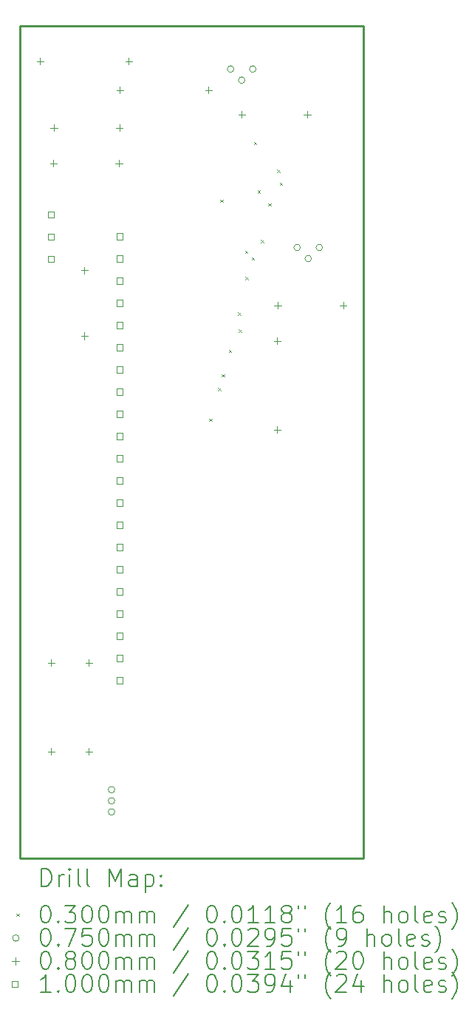
<source format=gbr>
%TF.GenerationSoftware,KiCad,Pcbnew,(6.0.9)*%
%TF.CreationDate,2023-01-12T19:47:36+01:00*%
%TF.ProjectId,vogelhuisje_camera_board,766f6765-6c68-4756-9973-6a655f63616d,rev?*%
%TF.SameCoordinates,Original*%
%TF.FileFunction,Drillmap*%
%TF.FilePolarity,Positive*%
%FSLAX45Y45*%
G04 Gerber Fmt 4.5, Leading zero omitted, Abs format (unit mm)*
G04 Created by KiCad (PCBNEW (6.0.9)) date 2023-01-12 19:47:36*
%MOMM*%
%LPD*%
G01*
G04 APERTURE LIST*
%ADD10C,0.254000*%
%ADD11C,0.200000*%
%ADD12C,0.030000*%
%ADD13C,0.075000*%
%ADD14C,0.080000*%
%ADD15C,0.100000*%
G04 APERTURE END LIST*
D10*
X9017000Y-5588000D02*
X12954000Y-5588000D01*
X12954000Y-5588000D02*
X12954000Y-15113000D01*
X12954000Y-15113000D02*
X9017000Y-15113000D01*
X9017000Y-15113000D02*
X9017000Y-5588000D01*
D11*
D12*
X11185000Y-10085000D02*
X11215000Y-10115000D01*
X11215000Y-10085000D02*
X11185000Y-10115000D01*
X11285000Y-9735000D02*
X11315000Y-9765000D01*
X11315000Y-9735000D02*
X11285000Y-9765000D01*
X11310000Y-7579000D02*
X11340000Y-7609000D01*
X11340000Y-7579000D02*
X11310000Y-7609000D01*
X11330000Y-9577000D02*
X11360000Y-9607000D01*
X11360000Y-9577000D02*
X11330000Y-9607000D01*
X11409000Y-9298000D02*
X11439000Y-9328000D01*
X11439000Y-9298000D02*
X11409000Y-9328000D01*
X11514000Y-8870000D02*
X11544000Y-8900000D01*
X11544000Y-8870000D02*
X11514000Y-8900000D01*
X11524000Y-9066000D02*
X11554000Y-9096000D01*
X11554000Y-9066000D02*
X11524000Y-9096000D01*
X11592800Y-8163800D02*
X11622800Y-8193800D01*
X11622800Y-8163800D02*
X11592800Y-8193800D01*
X11598000Y-8466000D02*
X11628000Y-8496000D01*
X11628000Y-8466000D02*
X11598000Y-8496000D01*
X11669000Y-8240000D02*
X11699000Y-8270000D01*
X11699000Y-8240000D02*
X11669000Y-8270000D01*
X11694400Y-6919200D02*
X11724400Y-6949200D01*
X11724400Y-6919200D02*
X11694400Y-6949200D01*
X11740000Y-7473000D02*
X11770000Y-7503000D01*
X11770000Y-7473000D02*
X11740000Y-7503000D01*
X11777000Y-8040000D02*
X11807000Y-8070000D01*
X11807000Y-8040000D02*
X11777000Y-8070000D01*
X11862000Y-7620000D02*
X11892000Y-7650000D01*
X11892000Y-7620000D02*
X11862000Y-7650000D01*
X11964000Y-7236000D02*
X11994000Y-7266000D01*
X11994000Y-7236000D02*
X11964000Y-7266000D01*
X11992000Y-7384000D02*
X12022000Y-7414000D01*
X12022000Y-7384000D02*
X11992000Y-7414000D01*
D13*
X10101700Y-14332600D02*
G75*
G03*
X10101700Y-14332600I-37500J0D01*
G01*
X10101700Y-14459600D02*
G75*
G03*
X10101700Y-14459600I-37500J0D01*
G01*
X10101700Y-14586600D02*
G75*
G03*
X10101700Y-14586600I-37500J0D01*
G01*
X11467500Y-6085400D02*
G75*
G03*
X11467500Y-6085400I-37500J0D01*
G01*
X11594500Y-6212400D02*
G75*
G03*
X11594500Y-6212400I-37500J0D01*
G01*
X11721500Y-6085400D02*
G75*
G03*
X11721500Y-6085400I-37500J0D01*
G01*
X12229500Y-8128000D02*
G75*
G03*
X12229500Y-8128000I-37500J0D01*
G01*
X12356500Y-8255000D02*
G75*
G03*
X12356500Y-8255000I-37500J0D01*
G01*
X12483500Y-8128000D02*
G75*
G03*
X12483500Y-8128000I-37500J0D01*
G01*
D14*
X9245600Y-5954400D02*
X9245600Y-6034400D01*
X9205600Y-5994400D02*
X9285600Y-5994400D01*
X9372600Y-12837800D02*
X9372600Y-12917800D01*
X9332600Y-12877800D02*
X9412600Y-12877800D01*
X9372600Y-13853800D02*
X9372600Y-13933800D01*
X9332600Y-13893800D02*
X9412600Y-13893800D01*
X9398000Y-7122800D02*
X9398000Y-7202800D01*
X9358000Y-7162800D02*
X9438000Y-7162800D01*
X9404000Y-6716400D02*
X9404000Y-6796400D01*
X9364000Y-6756400D02*
X9444000Y-6756400D01*
X9753600Y-8348000D02*
X9753600Y-8428000D01*
X9713600Y-8388000D02*
X9793600Y-8388000D01*
X9753600Y-9098000D02*
X9753600Y-9178000D01*
X9713600Y-9138000D02*
X9793600Y-9138000D01*
X9804400Y-12837800D02*
X9804400Y-12917800D01*
X9764400Y-12877800D02*
X9844400Y-12877800D01*
X9804400Y-13853800D02*
X9804400Y-13933800D01*
X9764400Y-13893800D02*
X9844400Y-13893800D01*
X10148000Y-7122800D02*
X10148000Y-7202800D01*
X10108000Y-7162800D02*
X10188000Y-7162800D01*
X10154000Y-6716400D02*
X10154000Y-6796400D01*
X10114000Y-6756400D02*
X10194000Y-6756400D01*
X10160000Y-6284600D02*
X10160000Y-6364600D01*
X10120000Y-6324600D02*
X10200000Y-6324600D01*
X10261600Y-5954400D02*
X10261600Y-6034400D01*
X10221600Y-5994400D02*
X10301600Y-5994400D01*
X11176000Y-6284600D02*
X11176000Y-6364600D01*
X11136000Y-6324600D02*
X11216000Y-6324600D01*
X11557000Y-6564000D02*
X11557000Y-6644000D01*
X11517000Y-6604000D02*
X11597000Y-6604000D01*
X11963400Y-9154800D02*
X11963400Y-9234800D01*
X11923400Y-9194800D02*
X12003400Y-9194800D01*
X11963400Y-10170800D02*
X11963400Y-10250800D01*
X11923400Y-10210800D02*
X12003400Y-10210800D01*
X11969400Y-8748400D02*
X11969400Y-8828400D01*
X11929400Y-8788400D02*
X12009400Y-8788400D01*
X12307000Y-6564000D02*
X12307000Y-6644000D01*
X12267000Y-6604000D02*
X12347000Y-6604000D01*
X12719400Y-8748400D02*
X12719400Y-8828400D01*
X12679400Y-8788400D02*
X12759400Y-8788400D01*
D15*
X9407956Y-7783856D02*
X9407956Y-7713144D01*
X9337244Y-7713144D01*
X9337244Y-7783856D01*
X9407956Y-7783856D01*
X9407956Y-8037856D02*
X9407956Y-7967144D01*
X9337244Y-7967144D01*
X9337244Y-8037856D01*
X9407956Y-8037856D01*
X9407956Y-8291856D02*
X9407956Y-8221144D01*
X9337244Y-8221144D01*
X9337244Y-8291856D01*
X9407956Y-8291856D01*
X10195356Y-8036356D02*
X10195356Y-7965644D01*
X10124644Y-7965644D01*
X10124644Y-8036356D01*
X10195356Y-8036356D01*
X10195356Y-8290356D02*
X10195356Y-8219644D01*
X10124644Y-8219644D01*
X10124644Y-8290356D01*
X10195356Y-8290356D01*
X10195356Y-8544356D02*
X10195356Y-8473644D01*
X10124644Y-8473644D01*
X10124644Y-8544356D01*
X10195356Y-8544356D01*
X10195356Y-8798356D02*
X10195356Y-8727644D01*
X10124644Y-8727644D01*
X10124644Y-8798356D01*
X10195356Y-8798356D01*
X10195356Y-9052356D02*
X10195356Y-8981644D01*
X10124644Y-8981644D01*
X10124644Y-9052356D01*
X10195356Y-9052356D01*
X10195356Y-9306356D02*
X10195356Y-9235644D01*
X10124644Y-9235644D01*
X10124644Y-9306356D01*
X10195356Y-9306356D01*
X10195356Y-9560356D02*
X10195356Y-9489644D01*
X10124644Y-9489644D01*
X10124644Y-9560356D01*
X10195356Y-9560356D01*
X10195356Y-9814356D02*
X10195356Y-9743644D01*
X10124644Y-9743644D01*
X10124644Y-9814356D01*
X10195356Y-9814356D01*
X10195356Y-10068356D02*
X10195356Y-9997644D01*
X10124644Y-9997644D01*
X10124644Y-10068356D01*
X10195356Y-10068356D01*
X10195356Y-10322356D02*
X10195356Y-10251644D01*
X10124644Y-10251644D01*
X10124644Y-10322356D01*
X10195356Y-10322356D01*
X10195356Y-10576356D02*
X10195356Y-10505644D01*
X10124644Y-10505644D01*
X10124644Y-10576356D01*
X10195356Y-10576356D01*
X10195356Y-10830356D02*
X10195356Y-10759644D01*
X10124644Y-10759644D01*
X10124644Y-10830356D01*
X10195356Y-10830356D01*
X10195356Y-11084356D02*
X10195356Y-11013644D01*
X10124644Y-11013644D01*
X10124644Y-11084356D01*
X10195356Y-11084356D01*
X10195356Y-11338356D02*
X10195356Y-11267644D01*
X10124644Y-11267644D01*
X10124644Y-11338356D01*
X10195356Y-11338356D01*
X10195356Y-11592356D02*
X10195356Y-11521644D01*
X10124644Y-11521644D01*
X10124644Y-11592356D01*
X10195356Y-11592356D01*
X10195356Y-11846356D02*
X10195356Y-11775644D01*
X10124644Y-11775644D01*
X10124644Y-11846356D01*
X10195356Y-11846356D01*
X10195356Y-12100356D02*
X10195356Y-12029644D01*
X10124644Y-12029644D01*
X10124644Y-12100356D01*
X10195356Y-12100356D01*
X10195356Y-12354356D02*
X10195356Y-12283644D01*
X10124644Y-12283644D01*
X10124644Y-12354356D01*
X10195356Y-12354356D01*
X10195356Y-12608356D02*
X10195356Y-12537644D01*
X10124644Y-12537644D01*
X10124644Y-12608356D01*
X10195356Y-12608356D01*
X10195356Y-12862356D02*
X10195356Y-12791644D01*
X10124644Y-12791644D01*
X10124644Y-12862356D01*
X10195356Y-12862356D01*
X10195356Y-13116356D02*
X10195356Y-13045644D01*
X10124644Y-13045644D01*
X10124644Y-13116356D01*
X10195356Y-13116356D01*
D11*
X9261919Y-15436176D02*
X9261919Y-15236176D01*
X9309538Y-15236176D01*
X9338110Y-15245700D01*
X9357157Y-15264748D01*
X9366681Y-15283795D01*
X9376205Y-15321890D01*
X9376205Y-15350462D01*
X9366681Y-15388557D01*
X9357157Y-15407605D01*
X9338110Y-15426652D01*
X9309538Y-15436176D01*
X9261919Y-15436176D01*
X9461919Y-15436176D02*
X9461919Y-15302843D01*
X9461919Y-15340938D02*
X9471443Y-15321890D01*
X9480967Y-15312367D01*
X9500014Y-15302843D01*
X9519062Y-15302843D01*
X9585729Y-15436176D02*
X9585729Y-15302843D01*
X9585729Y-15236176D02*
X9576205Y-15245700D01*
X9585729Y-15255224D01*
X9595252Y-15245700D01*
X9585729Y-15236176D01*
X9585729Y-15255224D01*
X9709538Y-15436176D02*
X9690490Y-15426652D01*
X9680967Y-15407605D01*
X9680967Y-15236176D01*
X9814300Y-15436176D02*
X9795252Y-15426652D01*
X9785729Y-15407605D01*
X9785729Y-15236176D01*
X10042871Y-15436176D02*
X10042871Y-15236176D01*
X10109538Y-15379033D01*
X10176205Y-15236176D01*
X10176205Y-15436176D01*
X10357157Y-15436176D02*
X10357157Y-15331414D01*
X10347633Y-15312367D01*
X10328586Y-15302843D01*
X10290490Y-15302843D01*
X10271443Y-15312367D01*
X10357157Y-15426652D02*
X10338110Y-15436176D01*
X10290490Y-15436176D01*
X10271443Y-15426652D01*
X10261919Y-15407605D01*
X10261919Y-15388557D01*
X10271443Y-15369509D01*
X10290490Y-15359986D01*
X10338110Y-15359986D01*
X10357157Y-15350462D01*
X10452395Y-15302843D02*
X10452395Y-15502843D01*
X10452395Y-15312367D02*
X10471443Y-15302843D01*
X10509538Y-15302843D01*
X10528586Y-15312367D01*
X10538110Y-15321890D01*
X10547633Y-15340938D01*
X10547633Y-15398081D01*
X10538110Y-15417128D01*
X10528586Y-15426652D01*
X10509538Y-15436176D01*
X10471443Y-15436176D01*
X10452395Y-15426652D01*
X10633348Y-15417128D02*
X10642871Y-15426652D01*
X10633348Y-15436176D01*
X10623824Y-15426652D01*
X10633348Y-15417128D01*
X10633348Y-15436176D01*
X10633348Y-15312367D02*
X10642871Y-15321890D01*
X10633348Y-15331414D01*
X10623824Y-15321890D01*
X10633348Y-15312367D01*
X10633348Y-15331414D01*
D12*
X8974300Y-15750700D02*
X9004300Y-15780700D01*
X9004300Y-15750700D02*
X8974300Y-15780700D01*
D11*
X9300014Y-15656176D02*
X9319062Y-15656176D01*
X9338110Y-15665700D01*
X9347633Y-15675224D01*
X9357157Y-15694271D01*
X9366681Y-15732367D01*
X9366681Y-15779986D01*
X9357157Y-15818081D01*
X9347633Y-15837128D01*
X9338110Y-15846652D01*
X9319062Y-15856176D01*
X9300014Y-15856176D01*
X9280967Y-15846652D01*
X9271443Y-15837128D01*
X9261919Y-15818081D01*
X9252395Y-15779986D01*
X9252395Y-15732367D01*
X9261919Y-15694271D01*
X9271443Y-15675224D01*
X9280967Y-15665700D01*
X9300014Y-15656176D01*
X9452395Y-15837128D02*
X9461919Y-15846652D01*
X9452395Y-15856176D01*
X9442871Y-15846652D01*
X9452395Y-15837128D01*
X9452395Y-15856176D01*
X9528586Y-15656176D02*
X9652395Y-15656176D01*
X9585729Y-15732367D01*
X9614300Y-15732367D01*
X9633348Y-15741890D01*
X9642871Y-15751414D01*
X9652395Y-15770462D01*
X9652395Y-15818081D01*
X9642871Y-15837128D01*
X9633348Y-15846652D01*
X9614300Y-15856176D01*
X9557157Y-15856176D01*
X9538110Y-15846652D01*
X9528586Y-15837128D01*
X9776205Y-15656176D02*
X9795252Y-15656176D01*
X9814300Y-15665700D01*
X9823824Y-15675224D01*
X9833348Y-15694271D01*
X9842871Y-15732367D01*
X9842871Y-15779986D01*
X9833348Y-15818081D01*
X9823824Y-15837128D01*
X9814300Y-15846652D01*
X9795252Y-15856176D01*
X9776205Y-15856176D01*
X9757157Y-15846652D01*
X9747633Y-15837128D01*
X9738110Y-15818081D01*
X9728586Y-15779986D01*
X9728586Y-15732367D01*
X9738110Y-15694271D01*
X9747633Y-15675224D01*
X9757157Y-15665700D01*
X9776205Y-15656176D01*
X9966681Y-15656176D02*
X9985729Y-15656176D01*
X10004776Y-15665700D01*
X10014300Y-15675224D01*
X10023824Y-15694271D01*
X10033348Y-15732367D01*
X10033348Y-15779986D01*
X10023824Y-15818081D01*
X10014300Y-15837128D01*
X10004776Y-15846652D01*
X9985729Y-15856176D01*
X9966681Y-15856176D01*
X9947633Y-15846652D01*
X9938110Y-15837128D01*
X9928586Y-15818081D01*
X9919062Y-15779986D01*
X9919062Y-15732367D01*
X9928586Y-15694271D01*
X9938110Y-15675224D01*
X9947633Y-15665700D01*
X9966681Y-15656176D01*
X10119062Y-15856176D02*
X10119062Y-15722843D01*
X10119062Y-15741890D02*
X10128586Y-15732367D01*
X10147633Y-15722843D01*
X10176205Y-15722843D01*
X10195252Y-15732367D01*
X10204776Y-15751414D01*
X10204776Y-15856176D01*
X10204776Y-15751414D02*
X10214300Y-15732367D01*
X10233348Y-15722843D01*
X10261919Y-15722843D01*
X10280967Y-15732367D01*
X10290490Y-15751414D01*
X10290490Y-15856176D01*
X10385729Y-15856176D02*
X10385729Y-15722843D01*
X10385729Y-15741890D02*
X10395252Y-15732367D01*
X10414300Y-15722843D01*
X10442871Y-15722843D01*
X10461919Y-15732367D01*
X10471443Y-15751414D01*
X10471443Y-15856176D01*
X10471443Y-15751414D02*
X10480967Y-15732367D01*
X10500014Y-15722843D01*
X10528586Y-15722843D01*
X10547633Y-15732367D01*
X10557157Y-15751414D01*
X10557157Y-15856176D01*
X10947633Y-15646652D02*
X10776205Y-15903795D01*
X11204776Y-15656176D02*
X11223824Y-15656176D01*
X11242871Y-15665700D01*
X11252395Y-15675224D01*
X11261919Y-15694271D01*
X11271443Y-15732367D01*
X11271443Y-15779986D01*
X11261919Y-15818081D01*
X11252395Y-15837128D01*
X11242871Y-15846652D01*
X11223824Y-15856176D01*
X11204776Y-15856176D01*
X11185728Y-15846652D01*
X11176205Y-15837128D01*
X11166681Y-15818081D01*
X11157157Y-15779986D01*
X11157157Y-15732367D01*
X11166681Y-15694271D01*
X11176205Y-15675224D01*
X11185728Y-15665700D01*
X11204776Y-15656176D01*
X11357157Y-15837128D02*
X11366681Y-15846652D01*
X11357157Y-15856176D01*
X11347633Y-15846652D01*
X11357157Y-15837128D01*
X11357157Y-15856176D01*
X11490490Y-15656176D02*
X11509538Y-15656176D01*
X11528586Y-15665700D01*
X11538109Y-15675224D01*
X11547633Y-15694271D01*
X11557157Y-15732367D01*
X11557157Y-15779986D01*
X11547633Y-15818081D01*
X11538109Y-15837128D01*
X11528586Y-15846652D01*
X11509538Y-15856176D01*
X11490490Y-15856176D01*
X11471443Y-15846652D01*
X11461919Y-15837128D01*
X11452395Y-15818081D01*
X11442871Y-15779986D01*
X11442871Y-15732367D01*
X11452395Y-15694271D01*
X11461919Y-15675224D01*
X11471443Y-15665700D01*
X11490490Y-15656176D01*
X11747633Y-15856176D02*
X11633348Y-15856176D01*
X11690490Y-15856176D02*
X11690490Y-15656176D01*
X11671443Y-15684748D01*
X11652395Y-15703795D01*
X11633348Y-15713319D01*
X11938109Y-15856176D02*
X11823824Y-15856176D01*
X11880967Y-15856176D02*
X11880967Y-15656176D01*
X11861919Y-15684748D01*
X11842871Y-15703795D01*
X11823824Y-15713319D01*
X12052395Y-15741890D02*
X12033348Y-15732367D01*
X12023824Y-15722843D01*
X12014300Y-15703795D01*
X12014300Y-15694271D01*
X12023824Y-15675224D01*
X12033348Y-15665700D01*
X12052395Y-15656176D01*
X12090490Y-15656176D01*
X12109538Y-15665700D01*
X12119062Y-15675224D01*
X12128586Y-15694271D01*
X12128586Y-15703795D01*
X12119062Y-15722843D01*
X12109538Y-15732367D01*
X12090490Y-15741890D01*
X12052395Y-15741890D01*
X12033348Y-15751414D01*
X12023824Y-15760938D01*
X12014300Y-15779986D01*
X12014300Y-15818081D01*
X12023824Y-15837128D01*
X12033348Y-15846652D01*
X12052395Y-15856176D01*
X12090490Y-15856176D01*
X12109538Y-15846652D01*
X12119062Y-15837128D01*
X12128586Y-15818081D01*
X12128586Y-15779986D01*
X12119062Y-15760938D01*
X12109538Y-15751414D01*
X12090490Y-15741890D01*
X12204776Y-15656176D02*
X12204776Y-15694271D01*
X12280967Y-15656176D02*
X12280967Y-15694271D01*
X12576205Y-15932367D02*
X12566681Y-15922843D01*
X12547633Y-15894271D01*
X12538109Y-15875224D01*
X12528586Y-15846652D01*
X12519062Y-15799033D01*
X12519062Y-15760938D01*
X12528586Y-15713319D01*
X12538109Y-15684748D01*
X12547633Y-15665700D01*
X12566681Y-15637128D01*
X12576205Y-15627605D01*
X12757157Y-15856176D02*
X12642871Y-15856176D01*
X12700014Y-15856176D02*
X12700014Y-15656176D01*
X12680967Y-15684748D01*
X12661919Y-15703795D01*
X12642871Y-15713319D01*
X12928586Y-15656176D02*
X12890490Y-15656176D01*
X12871443Y-15665700D01*
X12861919Y-15675224D01*
X12842871Y-15703795D01*
X12833348Y-15741890D01*
X12833348Y-15818081D01*
X12842871Y-15837128D01*
X12852395Y-15846652D01*
X12871443Y-15856176D01*
X12909538Y-15856176D01*
X12928586Y-15846652D01*
X12938109Y-15837128D01*
X12947633Y-15818081D01*
X12947633Y-15770462D01*
X12938109Y-15751414D01*
X12928586Y-15741890D01*
X12909538Y-15732367D01*
X12871443Y-15732367D01*
X12852395Y-15741890D01*
X12842871Y-15751414D01*
X12833348Y-15770462D01*
X13185728Y-15856176D02*
X13185728Y-15656176D01*
X13271443Y-15856176D02*
X13271443Y-15751414D01*
X13261919Y-15732367D01*
X13242871Y-15722843D01*
X13214300Y-15722843D01*
X13195252Y-15732367D01*
X13185728Y-15741890D01*
X13395252Y-15856176D02*
X13376205Y-15846652D01*
X13366681Y-15837128D01*
X13357157Y-15818081D01*
X13357157Y-15760938D01*
X13366681Y-15741890D01*
X13376205Y-15732367D01*
X13395252Y-15722843D01*
X13423824Y-15722843D01*
X13442871Y-15732367D01*
X13452395Y-15741890D01*
X13461919Y-15760938D01*
X13461919Y-15818081D01*
X13452395Y-15837128D01*
X13442871Y-15846652D01*
X13423824Y-15856176D01*
X13395252Y-15856176D01*
X13576205Y-15856176D02*
X13557157Y-15846652D01*
X13547633Y-15827605D01*
X13547633Y-15656176D01*
X13728586Y-15846652D02*
X13709538Y-15856176D01*
X13671443Y-15856176D01*
X13652395Y-15846652D01*
X13642871Y-15827605D01*
X13642871Y-15751414D01*
X13652395Y-15732367D01*
X13671443Y-15722843D01*
X13709538Y-15722843D01*
X13728586Y-15732367D01*
X13738109Y-15751414D01*
X13738109Y-15770462D01*
X13642871Y-15789509D01*
X13814300Y-15846652D02*
X13833348Y-15856176D01*
X13871443Y-15856176D01*
X13890490Y-15846652D01*
X13900014Y-15827605D01*
X13900014Y-15818081D01*
X13890490Y-15799033D01*
X13871443Y-15789509D01*
X13842871Y-15789509D01*
X13823824Y-15779986D01*
X13814300Y-15760938D01*
X13814300Y-15751414D01*
X13823824Y-15732367D01*
X13842871Y-15722843D01*
X13871443Y-15722843D01*
X13890490Y-15732367D01*
X13966681Y-15932367D02*
X13976205Y-15922843D01*
X13995252Y-15894271D01*
X14004776Y-15875224D01*
X14014300Y-15846652D01*
X14023824Y-15799033D01*
X14023824Y-15760938D01*
X14014300Y-15713319D01*
X14004776Y-15684748D01*
X13995252Y-15665700D01*
X13976205Y-15637128D01*
X13966681Y-15627605D01*
D13*
X9004300Y-16029700D02*
G75*
G03*
X9004300Y-16029700I-37500J0D01*
G01*
D11*
X9300014Y-15920176D02*
X9319062Y-15920176D01*
X9338110Y-15929700D01*
X9347633Y-15939224D01*
X9357157Y-15958271D01*
X9366681Y-15996367D01*
X9366681Y-16043986D01*
X9357157Y-16082081D01*
X9347633Y-16101128D01*
X9338110Y-16110652D01*
X9319062Y-16120176D01*
X9300014Y-16120176D01*
X9280967Y-16110652D01*
X9271443Y-16101128D01*
X9261919Y-16082081D01*
X9252395Y-16043986D01*
X9252395Y-15996367D01*
X9261919Y-15958271D01*
X9271443Y-15939224D01*
X9280967Y-15929700D01*
X9300014Y-15920176D01*
X9452395Y-16101128D02*
X9461919Y-16110652D01*
X9452395Y-16120176D01*
X9442871Y-16110652D01*
X9452395Y-16101128D01*
X9452395Y-16120176D01*
X9528586Y-15920176D02*
X9661919Y-15920176D01*
X9576205Y-16120176D01*
X9833348Y-15920176D02*
X9738110Y-15920176D01*
X9728586Y-16015414D01*
X9738110Y-16005890D01*
X9757157Y-15996367D01*
X9804776Y-15996367D01*
X9823824Y-16005890D01*
X9833348Y-16015414D01*
X9842871Y-16034462D01*
X9842871Y-16082081D01*
X9833348Y-16101128D01*
X9823824Y-16110652D01*
X9804776Y-16120176D01*
X9757157Y-16120176D01*
X9738110Y-16110652D01*
X9728586Y-16101128D01*
X9966681Y-15920176D02*
X9985729Y-15920176D01*
X10004776Y-15929700D01*
X10014300Y-15939224D01*
X10023824Y-15958271D01*
X10033348Y-15996367D01*
X10033348Y-16043986D01*
X10023824Y-16082081D01*
X10014300Y-16101128D01*
X10004776Y-16110652D01*
X9985729Y-16120176D01*
X9966681Y-16120176D01*
X9947633Y-16110652D01*
X9938110Y-16101128D01*
X9928586Y-16082081D01*
X9919062Y-16043986D01*
X9919062Y-15996367D01*
X9928586Y-15958271D01*
X9938110Y-15939224D01*
X9947633Y-15929700D01*
X9966681Y-15920176D01*
X10119062Y-16120176D02*
X10119062Y-15986843D01*
X10119062Y-16005890D02*
X10128586Y-15996367D01*
X10147633Y-15986843D01*
X10176205Y-15986843D01*
X10195252Y-15996367D01*
X10204776Y-16015414D01*
X10204776Y-16120176D01*
X10204776Y-16015414D02*
X10214300Y-15996367D01*
X10233348Y-15986843D01*
X10261919Y-15986843D01*
X10280967Y-15996367D01*
X10290490Y-16015414D01*
X10290490Y-16120176D01*
X10385729Y-16120176D02*
X10385729Y-15986843D01*
X10385729Y-16005890D02*
X10395252Y-15996367D01*
X10414300Y-15986843D01*
X10442871Y-15986843D01*
X10461919Y-15996367D01*
X10471443Y-16015414D01*
X10471443Y-16120176D01*
X10471443Y-16015414D02*
X10480967Y-15996367D01*
X10500014Y-15986843D01*
X10528586Y-15986843D01*
X10547633Y-15996367D01*
X10557157Y-16015414D01*
X10557157Y-16120176D01*
X10947633Y-15910652D02*
X10776205Y-16167795D01*
X11204776Y-15920176D02*
X11223824Y-15920176D01*
X11242871Y-15929700D01*
X11252395Y-15939224D01*
X11261919Y-15958271D01*
X11271443Y-15996367D01*
X11271443Y-16043986D01*
X11261919Y-16082081D01*
X11252395Y-16101128D01*
X11242871Y-16110652D01*
X11223824Y-16120176D01*
X11204776Y-16120176D01*
X11185728Y-16110652D01*
X11176205Y-16101128D01*
X11166681Y-16082081D01*
X11157157Y-16043986D01*
X11157157Y-15996367D01*
X11166681Y-15958271D01*
X11176205Y-15939224D01*
X11185728Y-15929700D01*
X11204776Y-15920176D01*
X11357157Y-16101128D02*
X11366681Y-16110652D01*
X11357157Y-16120176D01*
X11347633Y-16110652D01*
X11357157Y-16101128D01*
X11357157Y-16120176D01*
X11490490Y-15920176D02*
X11509538Y-15920176D01*
X11528586Y-15929700D01*
X11538109Y-15939224D01*
X11547633Y-15958271D01*
X11557157Y-15996367D01*
X11557157Y-16043986D01*
X11547633Y-16082081D01*
X11538109Y-16101128D01*
X11528586Y-16110652D01*
X11509538Y-16120176D01*
X11490490Y-16120176D01*
X11471443Y-16110652D01*
X11461919Y-16101128D01*
X11452395Y-16082081D01*
X11442871Y-16043986D01*
X11442871Y-15996367D01*
X11452395Y-15958271D01*
X11461919Y-15939224D01*
X11471443Y-15929700D01*
X11490490Y-15920176D01*
X11633348Y-15939224D02*
X11642871Y-15929700D01*
X11661919Y-15920176D01*
X11709538Y-15920176D01*
X11728586Y-15929700D01*
X11738109Y-15939224D01*
X11747633Y-15958271D01*
X11747633Y-15977319D01*
X11738109Y-16005890D01*
X11623824Y-16120176D01*
X11747633Y-16120176D01*
X11842871Y-16120176D02*
X11880967Y-16120176D01*
X11900014Y-16110652D01*
X11909538Y-16101128D01*
X11928586Y-16072557D01*
X11938109Y-16034462D01*
X11938109Y-15958271D01*
X11928586Y-15939224D01*
X11919062Y-15929700D01*
X11900014Y-15920176D01*
X11861919Y-15920176D01*
X11842871Y-15929700D01*
X11833348Y-15939224D01*
X11823824Y-15958271D01*
X11823824Y-16005890D01*
X11833348Y-16024938D01*
X11842871Y-16034462D01*
X11861919Y-16043986D01*
X11900014Y-16043986D01*
X11919062Y-16034462D01*
X11928586Y-16024938D01*
X11938109Y-16005890D01*
X12119062Y-15920176D02*
X12023824Y-15920176D01*
X12014300Y-16015414D01*
X12023824Y-16005890D01*
X12042871Y-15996367D01*
X12090490Y-15996367D01*
X12109538Y-16005890D01*
X12119062Y-16015414D01*
X12128586Y-16034462D01*
X12128586Y-16082081D01*
X12119062Y-16101128D01*
X12109538Y-16110652D01*
X12090490Y-16120176D01*
X12042871Y-16120176D01*
X12023824Y-16110652D01*
X12014300Y-16101128D01*
X12204776Y-15920176D02*
X12204776Y-15958271D01*
X12280967Y-15920176D02*
X12280967Y-15958271D01*
X12576205Y-16196367D02*
X12566681Y-16186843D01*
X12547633Y-16158271D01*
X12538109Y-16139224D01*
X12528586Y-16110652D01*
X12519062Y-16063033D01*
X12519062Y-16024938D01*
X12528586Y-15977319D01*
X12538109Y-15948748D01*
X12547633Y-15929700D01*
X12566681Y-15901128D01*
X12576205Y-15891605D01*
X12661919Y-16120176D02*
X12700014Y-16120176D01*
X12719062Y-16110652D01*
X12728586Y-16101128D01*
X12747633Y-16072557D01*
X12757157Y-16034462D01*
X12757157Y-15958271D01*
X12747633Y-15939224D01*
X12738109Y-15929700D01*
X12719062Y-15920176D01*
X12680967Y-15920176D01*
X12661919Y-15929700D01*
X12652395Y-15939224D01*
X12642871Y-15958271D01*
X12642871Y-16005890D01*
X12652395Y-16024938D01*
X12661919Y-16034462D01*
X12680967Y-16043986D01*
X12719062Y-16043986D01*
X12738109Y-16034462D01*
X12747633Y-16024938D01*
X12757157Y-16005890D01*
X12995252Y-16120176D02*
X12995252Y-15920176D01*
X13080967Y-16120176D02*
X13080967Y-16015414D01*
X13071443Y-15996367D01*
X13052395Y-15986843D01*
X13023824Y-15986843D01*
X13004776Y-15996367D01*
X12995252Y-16005890D01*
X13204776Y-16120176D02*
X13185728Y-16110652D01*
X13176205Y-16101128D01*
X13166681Y-16082081D01*
X13166681Y-16024938D01*
X13176205Y-16005890D01*
X13185728Y-15996367D01*
X13204776Y-15986843D01*
X13233348Y-15986843D01*
X13252395Y-15996367D01*
X13261919Y-16005890D01*
X13271443Y-16024938D01*
X13271443Y-16082081D01*
X13261919Y-16101128D01*
X13252395Y-16110652D01*
X13233348Y-16120176D01*
X13204776Y-16120176D01*
X13385728Y-16120176D02*
X13366681Y-16110652D01*
X13357157Y-16091605D01*
X13357157Y-15920176D01*
X13538109Y-16110652D02*
X13519062Y-16120176D01*
X13480967Y-16120176D01*
X13461919Y-16110652D01*
X13452395Y-16091605D01*
X13452395Y-16015414D01*
X13461919Y-15996367D01*
X13480967Y-15986843D01*
X13519062Y-15986843D01*
X13538109Y-15996367D01*
X13547633Y-16015414D01*
X13547633Y-16034462D01*
X13452395Y-16053509D01*
X13623824Y-16110652D02*
X13642871Y-16120176D01*
X13680967Y-16120176D01*
X13700014Y-16110652D01*
X13709538Y-16091605D01*
X13709538Y-16082081D01*
X13700014Y-16063033D01*
X13680967Y-16053509D01*
X13652395Y-16053509D01*
X13633348Y-16043986D01*
X13623824Y-16024938D01*
X13623824Y-16015414D01*
X13633348Y-15996367D01*
X13652395Y-15986843D01*
X13680967Y-15986843D01*
X13700014Y-15996367D01*
X13776205Y-16196367D02*
X13785728Y-16186843D01*
X13804776Y-16158271D01*
X13814300Y-16139224D01*
X13823824Y-16110652D01*
X13833348Y-16063033D01*
X13833348Y-16024938D01*
X13823824Y-15977319D01*
X13814300Y-15948748D01*
X13804776Y-15929700D01*
X13785728Y-15901128D01*
X13776205Y-15891605D01*
D14*
X8964300Y-16253700D02*
X8964300Y-16333700D01*
X8924300Y-16293700D02*
X9004300Y-16293700D01*
D11*
X9300014Y-16184176D02*
X9319062Y-16184176D01*
X9338110Y-16193700D01*
X9347633Y-16203224D01*
X9357157Y-16222271D01*
X9366681Y-16260367D01*
X9366681Y-16307986D01*
X9357157Y-16346081D01*
X9347633Y-16365128D01*
X9338110Y-16374652D01*
X9319062Y-16384176D01*
X9300014Y-16384176D01*
X9280967Y-16374652D01*
X9271443Y-16365128D01*
X9261919Y-16346081D01*
X9252395Y-16307986D01*
X9252395Y-16260367D01*
X9261919Y-16222271D01*
X9271443Y-16203224D01*
X9280967Y-16193700D01*
X9300014Y-16184176D01*
X9452395Y-16365128D02*
X9461919Y-16374652D01*
X9452395Y-16384176D01*
X9442871Y-16374652D01*
X9452395Y-16365128D01*
X9452395Y-16384176D01*
X9576205Y-16269890D02*
X9557157Y-16260367D01*
X9547633Y-16250843D01*
X9538110Y-16231795D01*
X9538110Y-16222271D01*
X9547633Y-16203224D01*
X9557157Y-16193700D01*
X9576205Y-16184176D01*
X9614300Y-16184176D01*
X9633348Y-16193700D01*
X9642871Y-16203224D01*
X9652395Y-16222271D01*
X9652395Y-16231795D01*
X9642871Y-16250843D01*
X9633348Y-16260367D01*
X9614300Y-16269890D01*
X9576205Y-16269890D01*
X9557157Y-16279414D01*
X9547633Y-16288938D01*
X9538110Y-16307986D01*
X9538110Y-16346081D01*
X9547633Y-16365128D01*
X9557157Y-16374652D01*
X9576205Y-16384176D01*
X9614300Y-16384176D01*
X9633348Y-16374652D01*
X9642871Y-16365128D01*
X9652395Y-16346081D01*
X9652395Y-16307986D01*
X9642871Y-16288938D01*
X9633348Y-16279414D01*
X9614300Y-16269890D01*
X9776205Y-16184176D02*
X9795252Y-16184176D01*
X9814300Y-16193700D01*
X9823824Y-16203224D01*
X9833348Y-16222271D01*
X9842871Y-16260367D01*
X9842871Y-16307986D01*
X9833348Y-16346081D01*
X9823824Y-16365128D01*
X9814300Y-16374652D01*
X9795252Y-16384176D01*
X9776205Y-16384176D01*
X9757157Y-16374652D01*
X9747633Y-16365128D01*
X9738110Y-16346081D01*
X9728586Y-16307986D01*
X9728586Y-16260367D01*
X9738110Y-16222271D01*
X9747633Y-16203224D01*
X9757157Y-16193700D01*
X9776205Y-16184176D01*
X9966681Y-16184176D02*
X9985729Y-16184176D01*
X10004776Y-16193700D01*
X10014300Y-16203224D01*
X10023824Y-16222271D01*
X10033348Y-16260367D01*
X10033348Y-16307986D01*
X10023824Y-16346081D01*
X10014300Y-16365128D01*
X10004776Y-16374652D01*
X9985729Y-16384176D01*
X9966681Y-16384176D01*
X9947633Y-16374652D01*
X9938110Y-16365128D01*
X9928586Y-16346081D01*
X9919062Y-16307986D01*
X9919062Y-16260367D01*
X9928586Y-16222271D01*
X9938110Y-16203224D01*
X9947633Y-16193700D01*
X9966681Y-16184176D01*
X10119062Y-16384176D02*
X10119062Y-16250843D01*
X10119062Y-16269890D02*
X10128586Y-16260367D01*
X10147633Y-16250843D01*
X10176205Y-16250843D01*
X10195252Y-16260367D01*
X10204776Y-16279414D01*
X10204776Y-16384176D01*
X10204776Y-16279414D02*
X10214300Y-16260367D01*
X10233348Y-16250843D01*
X10261919Y-16250843D01*
X10280967Y-16260367D01*
X10290490Y-16279414D01*
X10290490Y-16384176D01*
X10385729Y-16384176D02*
X10385729Y-16250843D01*
X10385729Y-16269890D02*
X10395252Y-16260367D01*
X10414300Y-16250843D01*
X10442871Y-16250843D01*
X10461919Y-16260367D01*
X10471443Y-16279414D01*
X10471443Y-16384176D01*
X10471443Y-16279414D02*
X10480967Y-16260367D01*
X10500014Y-16250843D01*
X10528586Y-16250843D01*
X10547633Y-16260367D01*
X10557157Y-16279414D01*
X10557157Y-16384176D01*
X10947633Y-16174652D02*
X10776205Y-16431795D01*
X11204776Y-16184176D02*
X11223824Y-16184176D01*
X11242871Y-16193700D01*
X11252395Y-16203224D01*
X11261919Y-16222271D01*
X11271443Y-16260367D01*
X11271443Y-16307986D01*
X11261919Y-16346081D01*
X11252395Y-16365128D01*
X11242871Y-16374652D01*
X11223824Y-16384176D01*
X11204776Y-16384176D01*
X11185728Y-16374652D01*
X11176205Y-16365128D01*
X11166681Y-16346081D01*
X11157157Y-16307986D01*
X11157157Y-16260367D01*
X11166681Y-16222271D01*
X11176205Y-16203224D01*
X11185728Y-16193700D01*
X11204776Y-16184176D01*
X11357157Y-16365128D02*
X11366681Y-16374652D01*
X11357157Y-16384176D01*
X11347633Y-16374652D01*
X11357157Y-16365128D01*
X11357157Y-16384176D01*
X11490490Y-16184176D02*
X11509538Y-16184176D01*
X11528586Y-16193700D01*
X11538109Y-16203224D01*
X11547633Y-16222271D01*
X11557157Y-16260367D01*
X11557157Y-16307986D01*
X11547633Y-16346081D01*
X11538109Y-16365128D01*
X11528586Y-16374652D01*
X11509538Y-16384176D01*
X11490490Y-16384176D01*
X11471443Y-16374652D01*
X11461919Y-16365128D01*
X11452395Y-16346081D01*
X11442871Y-16307986D01*
X11442871Y-16260367D01*
X11452395Y-16222271D01*
X11461919Y-16203224D01*
X11471443Y-16193700D01*
X11490490Y-16184176D01*
X11623824Y-16184176D02*
X11747633Y-16184176D01*
X11680967Y-16260367D01*
X11709538Y-16260367D01*
X11728586Y-16269890D01*
X11738109Y-16279414D01*
X11747633Y-16298462D01*
X11747633Y-16346081D01*
X11738109Y-16365128D01*
X11728586Y-16374652D01*
X11709538Y-16384176D01*
X11652395Y-16384176D01*
X11633348Y-16374652D01*
X11623824Y-16365128D01*
X11938109Y-16384176D02*
X11823824Y-16384176D01*
X11880967Y-16384176D02*
X11880967Y-16184176D01*
X11861919Y-16212748D01*
X11842871Y-16231795D01*
X11823824Y-16241319D01*
X12119062Y-16184176D02*
X12023824Y-16184176D01*
X12014300Y-16279414D01*
X12023824Y-16269890D01*
X12042871Y-16260367D01*
X12090490Y-16260367D01*
X12109538Y-16269890D01*
X12119062Y-16279414D01*
X12128586Y-16298462D01*
X12128586Y-16346081D01*
X12119062Y-16365128D01*
X12109538Y-16374652D01*
X12090490Y-16384176D01*
X12042871Y-16384176D01*
X12023824Y-16374652D01*
X12014300Y-16365128D01*
X12204776Y-16184176D02*
X12204776Y-16222271D01*
X12280967Y-16184176D02*
X12280967Y-16222271D01*
X12576205Y-16460367D02*
X12566681Y-16450843D01*
X12547633Y-16422271D01*
X12538109Y-16403224D01*
X12528586Y-16374652D01*
X12519062Y-16327033D01*
X12519062Y-16288938D01*
X12528586Y-16241319D01*
X12538109Y-16212748D01*
X12547633Y-16193700D01*
X12566681Y-16165128D01*
X12576205Y-16155605D01*
X12642871Y-16203224D02*
X12652395Y-16193700D01*
X12671443Y-16184176D01*
X12719062Y-16184176D01*
X12738109Y-16193700D01*
X12747633Y-16203224D01*
X12757157Y-16222271D01*
X12757157Y-16241319D01*
X12747633Y-16269890D01*
X12633348Y-16384176D01*
X12757157Y-16384176D01*
X12880967Y-16184176D02*
X12900014Y-16184176D01*
X12919062Y-16193700D01*
X12928586Y-16203224D01*
X12938109Y-16222271D01*
X12947633Y-16260367D01*
X12947633Y-16307986D01*
X12938109Y-16346081D01*
X12928586Y-16365128D01*
X12919062Y-16374652D01*
X12900014Y-16384176D01*
X12880967Y-16384176D01*
X12861919Y-16374652D01*
X12852395Y-16365128D01*
X12842871Y-16346081D01*
X12833348Y-16307986D01*
X12833348Y-16260367D01*
X12842871Y-16222271D01*
X12852395Y-16203224D01*
X12861919Y-16193700D01*
X12880967Y-16184176D01*
X13185728Y-16384176D02*
X13185728Y-16184176D01*
X13271443Y-16384176D02*
X13271443Y-16279414D01*
X13261919Y-16260367D01*
X13242871Y-16250843D01*
X13214300Y-16250843D01*
X13195252Y-16260367D01*
X13185728Y-16269890D01*
X13395252Y-16384176D02*
X13376205Y-16374652D01*
X13366681Y-16365128D01*
X13357157Y-16346081D01*
X13357157Y-16288938D01*
X13366681Y-16269890D01*
X13376205Y-16260367D01*
X13395252Y-16250843D01*
X13423824Y-16250843D01*
X13442871Y-16260367D01*
X13452395Y-16269890D01*
X13461919Y-16288938D01*
X13461919Y-16346081D01*
X13452395Y-16365128D01*
X13442871Y-16374652D01*
X13423824Y-16384176D01*
X13395252Y-16384176D01*
X13576205Y-16384176D02*
X13557157Y-16374652D01*
X13547633Y-16355605D01*
X13547633Y-16184176D01*
X13728586Y-16374652D02*
X13709538Y-16384176D01*
X13671443Y-16384176D01*
X13652395Y-16374652D01*
X13642871Y-16355605D01*
X13642871Y-16279414D01*
X13652395Y-16260367D01*
X13671443Y-16250843D01*
X13709538Y-16250843D01*
X13728586Y-16260367D01*
X13738109Y-16279414D01*
X13738109Y-16298462D01*
X13642871Y-16317509D01*
X13814300Y-16374652D02*
X13833348Y-16384176D01*
X13871443Y-16384176D01*
X13890490Y-16374652D01*
X13900014Y-16355605D01*
X13900014Y-16346081D01*
X13890490Y-16327033D01*
X13871443Y-16317509D01*
X13842871Y-16317509D01*
X13823824Y-16307986D01*
X13814300Y-16288938D01*
X13814300Y-16279414D01*
X13823824Y-16260367D01*
X13842871Y-16250843D01*
X13871443Y-16250843D01*
X13890490Y-16260367D01*
X13966681Y-16460367D02*
X13976205Y-16450843D01*
X13995252Y-16422271D01*
X14004776Y-16403224D01*
X14014300Y-16374652D01*
X14023824Y-16327033D01*
X14023824Y-16288938D01*
X14014300Y-16241319D01*
X14004776Y-16212748D01*
X13995252Y-16193700D01*
X13976205Y-16165128D01*
X13966681Y-16155605D01*
D15*
X8989656Y-16593056D02*
X8989656Y-16522344D01*
X8918944Y-16522344D01*
X8918944Y-16593056D01*
X8989656Y-16593056D01*
D11*
X9366681Y-16648176D02*
X9252395Y-16648176D01*
X9309538Y-16648176D02*
X9309538Y-16448176D01*
X9290490Y-16476748D01*
X9271443Y-16495795D01*
X9252395Y-16505319D01*
X9452395Y-16629128D02*
X9461919Y-16638652D01*
X9452395Y-16648176D01*
X9442871Y-16638652D01*
X9452395Y-16629128D01*
X9452395Y-16648176D01*
X9585729Y-16448176D02*
X9604776Y-16448176D01*
X9623824Y-16457700D01*
X9633348Y-16467224D01*
X9642871Y-16486271D01*
X9652395Y-16524367D01*
X9652395Y-16571986D01*
X9642871Y-16610081D01*
X9633348Y-16629128D01*
X9623824Y-16638652D01*
X9604776Y-16648176D01*
X9585729Y-16648176D01*
X9566681Y-16638652D01*
X9557157Y-16629128D01*
X9547633Y-16610081D01*
X9538110Y-16571986D01*
X9538110Y-16524367D01*
X9547633Y-16486271D01*
X9557157Y-16467224D01*
X9566681Y-16457700D01*
X9585729Y-16448176D01*
X9776205Y-16448176D02*
X9795252Y-16448176D01*
X9814300Y-16457700D01*
X9823824Y-16467224D01*
X9833348Y-16486271D01*
X9842871Y-16524367D01*
X9842871Y-16571986D01*
X9833348Y-16610081D01*
X9823824Y-16629128D01*
X9814300Y-16638652D01*
X9795252Y-16648176D01*
X9776205Y-16648176D01*
X9757157Y-16638652D01*
X9747633Y-16629128D01*
X9738110Y-16610081D01*
X9728586Y-16571986D01*
X9728586Y-16524367D01*
X9738110Y-16486271D01*
X9747633Y-16467224D01*
X9757157Y-16457700D01*
X9776205Y-16448176D01*
X9966681Y-16448176D02*
X9985729Y-16448176D01*
X10004776Y-16457700D01*
X10014300Y-16467224D01*
X10023824Y-16486271D01*
X10033348Y-16524367D01*
X10033348Y-16571986D01*
X10023824Y-16610081D01*
X10014300Y-16629128D01*
X10004776Y-16638652D01*
X9985729Y-16648176D01*
X9966681Y-16648176D01*
X9947633Y-16638652D01*
X9938110Y-16629128D01*
X9928586Y-16610081D01*
X9919062Y-16571986D01*
X9919062Y-16524367D01*
X9928586Y-16486271D01*
X9938110Y-16467224D01*
X9947633Y-16457700D01*
X9966681Y-16448176D01*
X10119062Y-16648176D02*
X10119062Y-16514843D01*
X10119062Y-16533890D02*
X10128586Y-16524367D01*
X10147633Y-16514843D01*
X10176205Y-16514843D01*
X10195252Y-16524367D01*
X10204776Y-16543414D01*
X10204776Y-16648176D01*
X10204776Y-16543414D02*
X10214300Y-16524367D01*
X10233348Y-16514843D01*
X10261919Y-16514843D01*
X10280967Y-16524367D01*
X10290490Y-16543414D01*
X10290490Y-16648176D01*
X10385729Y-16648176D02*
X10385729Y-16514843D01*
X10385729Y-16533890D02*
X10395252Y-16524367D01*
X10414300Y-16514843D01*
X10442871Y-16514843D01*
X10461919Y-16524367D01*
X10471443Y-16543414D01*
X10471443Y-16648176D01*
X10471443Y-16543414D02*
X10480967Y-16524367D01*
X10500014Y-16514843D01*
X10528586Y-16514843D01*
X10547633Y-16524367D01*
X10557157Y-16543414D01*
X10557157Y-16648176D01*
X10947633Y-16438652D02*
X10776205Y-16695795D01*
X11204776Y-16448176D02*
X11223824Y-16448176D01*
X11242871Y-16457700D01*
X11252395Y-16467224D01*
X11261919Y-16486271D01*
X11271443Y-16524367D01*
X11271443Y-16571986D01*
X11261919Y-16610081D01*
X11252395Y-16629128D01*
X11242871Y-16638652D01*
X11223824Y-16648176D01*
X11204776Y-16648176D01*
X11185728Y-16638652D01*
X11176205Y-16629128D01*
X11166681Y-16610081D01*
X11157157Y-16571986D01*
X11157157Y-16524367D01*
X11166681Y-16486271D01*
X11176205Y-16467224D01*
X11185728Y-16457700D01*
X11204776Y-16448176D01*
X11357157Y-16629128D02*
X11366681Y-16638652D01*
X11357157Y-16648176D01*
X11347633Y-16638652D01*
X11357157Y-16629128D01*
X11357157Y-16648176D01*
X11490490Y-16448176D02*
X11509538Y-16448176D01*
X11528586Y-16457700D01*
X11538109Y-16467224D01*
X11547633Y-16486271D01*
X11557157Y-16524367D01*
X11557157Y-16571986D01*
X11547633Y-16610081D01*
X11538109Y-16629128D01*
X11528586Y-16638652D01*
X11509538Y-16648176D01*
X11490490Y-16648176D01*
X11471443Y-16638652D01*
X11461919Y-16629128D01*
X11452395Y-16610081D01*
X11442871Y-16571986D01*
X11442871Y-16524367D01*
X11452395Y-16486271D01*
X11461919Y-16467224D01*
X11471443Y-16457700D01*
X11490490Y-16448176D01*
X11623824Y-16448176D02*
X11747633Y-16448176D01*
X11680967Y-16524367D01*
X11709538Y-16524367D01*
X11728586Y-16533890D01*
X11738109Y-16543414D01*
X11747633Y-16562462D01*
X11747633Y-16610081D01*
X11738109Y-16629128D01*
X11728586Y-16638652D01*
X11709538Y-16648176D01*
X11652395Y-16648176D01*
X11633348Y-16638652D01*
X11623824Y-16629128D01*
X11842871Y-16648176D02*
X11880967Y-16648176D01*
X11900014Y-16638652D01*
X11909538Y-16629128D01*
X11928586Y-16600557D01*
X11938109Y-16562462D01*
X11938109Y-16486271D01*
X11928586Y-16467224D01*
X11919062Y-16457700D01*
X11900014Y-16448176D01*
X11861919Y-16448176D01*
X11842871Y-16457700D01*
X11833348Y-16467224D01*
X11823824Y-16486271D01*
X11823824Y-16533890D01*
X11833348Y-16552938D01*
X11842871Y-16562462D01*
X11861919Y-16571986D01*
X11900014Y-16571986D01*
X11919062Y-16562462D01*
X11928586Y-16552938D01*
X11938109Y-16533890D01*
X12109538Y-16514843D02*
X12109538Y-16648176D01*
X12061919Y-16438652D02*
X12014300Y-16581509D01*
X12138109Y-16581509D01*
X12204776Y-16448176D02*
X12204776Y-16486271D01*
X12280967Y-16448176D02*
X12280967Y-16486271D01*
X12576205Y-16724367D02*
X12566681Y-16714843D01*
X12547633Y-16686271D01*
X12538109Y-16667224D01*
X12528586Y-16638652D01*
X12519062Y-16591033D01*
X12519062Y-16552938D01*
X12528586Y-16505319D01*
X12538109Y-16476748D01*
X12547633Y-16457700D01*
X12566681Y-16429128D01*
X12576205Y-16419605D01*
X12642871Y-16467224D02*
X12652395Y-16457700D01*
X12671443Y-16448176D01*
X12719062Y-16448176D01*
X12738109Y-16457700D01*
X12747633Y-16467224D01*
X12757157Y-16486271D01*
X12757157Y-16505319D01*
X12747633Y-16533890D01*
X12633348Y-16648176D01*
X12757157Y-16648176D01*
X12928586Y-16514843D02*
X12928586Y-16648176D01*
X12880967Y-16438652D02*
X12833348Y-16581509D01*
X12957157Y-16581509D01*
X13185728Y-16648176D02*
X13185728Y-16448176D01*
X13271443Y-16648176D02*
X13271443Y-16543414D01*
X13261919Y-16524367D01*
X13242871Y-16514843D01*
X13214300Y-16514843D01*
X13195252Y-16524367D01*
X13185728Y-16533890D01*
X13395252Y-16648176D02*
X13376205Y-16638652D01*
X13366681Y-16629128D01*
X13357157Y-16610081D01*
X13357157Y-16552938D01*
X13366681Y-16533890D01*
X13376205Y-16524367D01*
X13395252Y-16514843D01*
X13423824Y-16514843D01*
X13442871Y-16524367D01*
X13452395Y-16533890D01*
X13461919Y-16552938D01*
X13461919Y-16610081D01*
X13452395Y-16629128D01*
X13442871Y-16638652D01*
X13423824Y-16648176D01*
X13395252Y-16648176D01*
X13576205Y-16648176D02*
X13557157Y-16638652D01*
X13547633Y-16619605D01*
X13547633Y-16448176D01*
X13728586Y-16638652D02*
X13709538Y-16648176D01*
X13671443Y-16648176D01*
X13652395Y-16638652D01*
X13642871Y-16619605D01*
X13642871Y-16543414D01*
X13652395Y-16524367D01*
X13671443Y-16514843D01*
X13709538Y-16514843D01*
X13728586Y-16524367D01*
X13738109Y-16543414D01*
X13738109Y-16562462D01*
X13642871Y-16581509D01*
X13814300Y-16638652D02*
X13833348Y-16648176D01*
X13871443Y-16648176D01*
X13890490Y-16638652D01*
X13900014Y-16619605D01*
X13900014Y-16610081D01*
X13890490Y-16591033D01*
X13871443Y-16581509D01*
X13842871Y-16581509D01*
X13823824Y-16571986D01*
X13814300Y-16552938D01*
X13814300Y-16543414D01*
X13823824Y-16524367D01*
X13842871Y-16514843D01*
X13871443Y-16514843D01*
X13890490Y-16524367D01*
X13966681Y-16724367D02*
X13976205Y-16714843D01*
X13995252Y-16686271D01*
X14004776Y-16667224D01*
X14014300Y-16638652D01*
X14023824Y-16591033D01*
X14023824Y-16552938D01*
X14014300Y-16505319D01*
X14004776Y-16476748D01*
X13995252Y-16457700D01*
X13976205Y-16429128D01*
X13966681Y-16419605D01*
M02*

</source>
